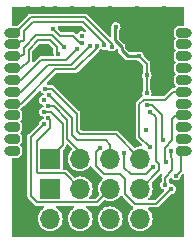
<source format=gbr>
%TF.GenerationSoftware,KiCad,Pcbnew,(5.99.0-10506-gb986797469)*%
%TF.CreationDate,2021-05-05T16:41:54+02:00*%
%TF.ProjectId,ESP31,45535033-312e-46b6-9963-61645f706362,rev?*%
%TF.SameCoordinates,Original*%
%TF.FileFunction,Copper,L4,Bot*%
%TF.FilePolarity,Positive*%
%FSLAX46Y46*%
G04 Gerber Fmt 4.6, Leading zero omitted, Abs format (unit mm)*
G04 Created by KiCad (PCBNEW (5.99.0-10506-gb986797469)) date 2021-05-05 16:41:54*
%MOMM*%
%LPD*%
G01*
G04 APERTURE LIST*
G04 Aperture macros list*
%AMOutline5P*
0 Free polygon, 5 corners , with rotation*
0 The origin of the aperture is its center*
0 number of corners: always 8*
0 $1 to $10 corner X, Y*
0 $11 Rotation angle, in degrees counterclockwise*
0 create outline with 8 corners*
4,1,5,$1,$2,$3,$4,$5,$6,$7,$8,$9,$10,$1,$2,$11*%
%AMOutline6P*
0 Free polygon, 6 corners , with rotation*
0 The origin of the aperture is its center*
0 number of corners: always 6*
0 $1 to $12 corner X, Y*
0 $13 Rotation angle, in degrees counterclockwise*
0 create outline with 6 corners*
4,1,6,$1,$2,$3,$4,$5,$6,$7,$8,$9,$10,$11,$12,$1,$2,$13*%
%AMOutline7P*
0 Free polygon, 7 corners , with rotation*
0 The origin of the aperture is its center*
0 number of corners: always 7*
0 $1 to $14 corner X, Y*
0 $15 Rotation angle, in degrees counterclockwise*
0 create outline with 7 corners*
4,1,7,$1,$2,$3,$4,$5,$6,$7,$8,$9,$10,$11,$12,$13,$14,$1,$2,$15*%
%AMOutline8P*
0 Free polygon, 8 corners , with rotation*
0 The origin of the aperture is its center*
0 number of corners: always 8*
0 $1 to $16 corner X, Y*
0 $17 Rotation angle, in degrees counterclockwise*
0 create outline with 8 corners*
4,1,8,$1,$2,$3,$4,$5,$6,$7,$8,$9,$10,$11,$12,$13,$14,$15,$16,$1,$2,$17*%
G04 Aperture macros list end*
%TA.AperFunction,ComponentPad*%
%ADD10C,0.800000*%
%TD*%
%TA.AperFunction,ComponentPad*%
%ADD11Outline6P,0.200000X-0.400000X-0.400000X-0.400000X-0.400000X0.400000X0.200000X0.400000X0.400000X0.200000X0.400000X-0.200000X180.000000*%
%TD*%
%TA.AperFunction,ComponentPad*%
%ADD12Outline6P,0.200000X-0.400000X-0.400000X-0.400000X-0.400000X0.400000X0.200000X0.400000X0.400000X0.200000X0.400000X-0.200000X0.000000*%
%TD*%
%TA.AperFunction,ComponentPad*%
%ADD13R,0.900000X0.500000*%
%TD*%
%TA.AperFunction,ComponentPad*%
%ADD14R,1.700000X1.700000*%
%TD*%
%TA.AperFunction,ComponentPad*%
%ADD15O,1.700000X1.700000*%
%TD*%
%TA.AperFunction,ViaPad*%
%ADD16C,0.400000*%
%TD*%
%TA.AperFunction,Conductor*%
%ADD17C,0.200000*%
%TD*%
%TA.AperFunction,Conductor*%
%ADD18C,0.250000*%
%TD*%
G04 APERTURE END LIST*
D10*
%TO.P,J8,1,Pin_1*%
%TO.N,/SD0*%
X119000000Y-104500000D03*
D11*
X118500000Y-104500000D03*
%TD*%
D10*
%TO.P,J10,1,Pin_1*%
%TO.N,/IO5*%
X119000000Y-102500000D03*
D11*
X118500000Y-102500000D03*
%TD*%
D10*
%TO.P,J15,1,Pin_1*%
%TO.N,/IO21*%
X119000000Y-97500000D03*
D11*
X118500000Y-97500000D03*
%TD*%
D10*
%TO.P,J12,1,Pin_1*%
%TO.N,/IO10*%
X119000000Y-105500000D03*
D11*
X118500000Y-105500000D03*
%TD*%
D10*
%TO.P,J23,1,Pin_1*%
%TO.N,/IO34*%
X104000000Y-101500000D03*
D12*
X104500000Y-101500000D03*
%TD*%
D10*
%TO.P,J14,1,Pin_1*%
%TO.N,/IO19*%
X119000000Y-99500000D03*
D11*
X118500000Y-99500000D03*
%TD*%
D10*
%TO.P,J11,1,Pin_1*%
%TO.N,/IO9*%
X119000000Y-106500000D03*
D11*
X118500000Y-106500000D03*
%TD*%
D10*
%TO.P,J17,1,Pin_1*%
%TO.N,/IO23*%
X119000000Y-100500000D03*
D11*
X118500000Y-100500000D03*
%TD*%
D10*
%TO.P,J24,1,Pin_1*%
%TO.N,/IO35*%
X104000000Y-99500000D03*
D12*
X104500000Y-99500000D03*
%TD*%
D10*
%TO.P,J18,1,Pin_1*%
%TO.N,/IO25*%
X104000000Y-105500000D03*
D12*
X104500000Y-105500000D03*
%TD*%
D10*
%TO.P,J20,1,Pin_1*%
%TO.N,/IO27*%
X104000000Y-107500000D03*
D12*
X104500000Y-107500000D03*
%TD*%
D10*
%TO.P,J22,1,Pin_1*%
%TO.N,/IO33*%
X104000000Y-104500000D03*
D12*
X104500000Y-104500000D03*
%TD*%
D10*
%TO.P,J19,1,Pin_1*%
%TO.N,/IO26*%
X104000000Y-106500000D03*
D12*
X104500000Y-106500000D03*
%TD*%
D10*
%TO.P,J13,1,Pin_1*%
%TO.N,/IO18*%
X119000000Y-101500000D03*
D11*
X118500000Y-101500000D03*
%TD*%
D13*
%TO.P,AE1,2,Shield*%
%TO.N,GND*%
X118150000Y-95625000D03*
%TD*%
D10*
%TO.P,J5,1,Pin_1*%
%TO.N,/CAPN*%
X104000000Y-103500000D03*
D12*
X104500000Y-103500000D03*
%TD*%
D10*
%TO.P,J6,1,Pin_1*%
%TO.N,/SENS_VN*%
X104000000Y-102500000D03*
D12*
X104500000Y-102500000D03*
%TD*%
D10*
%TO.P,J16,1,Pin_1*%
%TO.N,/IO22*%
X119000000Y-98500000D03*
D11*
X118500000Y-98500000D03*
%TD*%
D14*
%TO.P,J2,1,Pin_1*%
%TO.N,/MTDO*%
X107460000Y-108185000D03*
D15*
%TO.P,J2,2,Pin_2*%
%TO.N,/MTCK*%
X110000000Y-108185000D03*
%TO.P,J2,3,Pin_3*%
%TO.N,/MTDI*%
X112540000Y-108185000D03*
%TO.P,J2,4,Pin_4*%
%TO.N,/MTMS*%
X115080000Y-108185000D03*
%TD*%
D10*
%TO.P,J9,1,Pin_1*%
%TO.N,/SD1*%
X119000000Y-103500000D03*
D11*
X118500000Y-103500000D03*
%TD*%
D10*
%TO.P,J3,1,Pin_1*%
%TO.N,/SENS_VP*%
X104000000Y-97500000D03*
D12*
X104500000Y-97500000D03*
%TD*%
D10*
%TO.P,J21,1,Pin_1*%
%TO.N,/IO32*%
X104000000Y-100500000D03*
D12*
X104500000Y-100500000D03*
%TD*%
D10*
%TO.P,J4,1,Pin_1*%
%TO.N,/CAPP*%
X104000000Y-98500000D03*
D12*
X104500000Y-98500000D03*
%TD*%
D10*
%TO.P,J7,1,Pin_1*%
%TO.N,/IO17*%
X119000000Y-107500000D03*
D11*
X118500000Y-107500000D03*
%TD*%
D14*
%TO.P,J1,1,Pin_1*%
%TO.N,GND*%
X107460000Y-110725000D03*
D15*
%TO.P,J1,2,Pin_2*%
%TO.N,/IO1*%
X107460000Y-113265000D03*
%TO.P,J1,3,Pin_3*%
%TO.N,/IO2*%
X110000000Y-110725000D03*
%TO.P,J1,4,Pin_4*%
%TO.N,/IO4*%
X110000000Y-113265000D03*
%TO.P,J1,5,Pin_5*%
%TO.N,/IO0*%
X112540000Y-110725000D03*
%TO.P,J1,6,Pin_6*%
%TO.N,/EN*%
X112540000Y-113265000D03*
%TO.P,J1,7,Pin_7*%
%TO.N,/IO3*%
X115080000Y-110725000D03*
%TO.P,J1,8,Pin_8*%
%TO.N,+3V3*%
X115080000Y-113265000D03*
%TD*%
D16*
%TO.N,GND*%
X111250000Y-112750000D03*
X111250000Y-109750000D03*
X116500000Y-111000000D03*
X117072200Y-95427800D03*
X114822200Y-95427800D03*
X112496600Y-95427800D03*
X111072200Y-95427800D03*
X109270800Y-95427800D03*
X107822200Y-95427800D03*
X106822200Y-95427800D03*
X104500000Y-96000000D03*
X105572200Y-95427800D03*
X104500000Y-108500000D03*
X104500000Y-111500000D03*
X104500000Y-114500000D03*
X116750000Y-114500000D03*
X118500000Y-114500000D03*
X118500000Y-112750000D03*
%TO.N,/SD0*%
X117700500Y-110741379D03*
%TO.N,/IO5*%
X113744776Y-107649459D03*
%TO.N,/IO10*%
X117675498Y-107500000D03*
X117178605Y-110379611D03*
%TO.N,/CAPP*%
X112018504Y-98585338D03*
%TO.N,/SD0*%
X117273183Y-108471823D03*
%TO.N,/SENS_VP*%
X112668472Y-98685228D03*
%TO.N,/SD0*%
X111691359Y-107249500D03*
%TO.N,/IO17*%
X118100500Y-109600000D03*
%TO.N,/IO35*%
X108637107Y-98751298D03*
%TO.N,/IO5*%
X116200000Y-108900000D03*
%TO.N,/IO34*%
X109721076Y-98846187D03*
%TO.N,/IO32*%
X108153200Y-99314000D03*
%TO.N,/CAPN*%
X111388365Y-98615321D03*
%TO.N,/IO5*%
X115877458Y-107200000D03*
%TO.N,GND*%
X116027200Y-97586800D03*
X112600000Y-100900000D03*
X113868200Y-97231200D03*
X114579400Y-98094800D03*
X116484400Y-96926400D03*
X116586000Y-96164400D03*
X108508800Y-97256600D03*
X111500000Y-103000000D03*
X113600000Y-100900000D03*
X110500000Y-100900000D03*
X109600000Y-101800000D03*
X106500000Y-99000000D03*
X115519200Y-96164400D03*
X114000000Y-96000000D03*
X115214400Y-96799400D03*
X110000000Y-103100000D03*
X113100000Y-104600000D03*
X118500000Y-96500000D03*
X112800000Y-102400000D03*
X114503200Y-96926400D03*
X113474133Y-97657041D03*
X110200000Y-104600000D03*
X115316000Y-97917000D03*
X114300000Y-98729800D03*
%TO.N,/EN*%
X110133953Y-98374420D03*
X107725000Y-97227600D03*
%TO.N,+3V3*%
X110124000Y-97775000D03*
X113010360Y-97022906D03*
X106922571Y-103200000D03*
X115600000Y-105749500D03*
X115639885Y-102618660D03*
X115639885Y-101118660D03*
X115000000Y-99500000D03*
%TO.N,/IO1*%
X117000000Y-106600000D03*
X115653618Y-103660511D03*
%TO.N,/IO2*%
X107300000Y-104749500D03*
%TO.N,/IO0*%
X106922571Y-105215278D03*
%TO.N,/IO3*%
X115902665Y-104205835D03*
%TO.N,/MTDO*%
X106922571Y-104210679D03*
%TO.N,/MTCK*%
X107305606Y-103749500D03*
%TO.N,/MTDI*%
X107359644Y-102749500D03*
%TO.N,/MTMS*%
X107000000Y-102260453D03*
%TO.N,/SENS_VN*%
X110788082Y-98625893D03*
%TD*%
D17*
%TO.N,/CAPN*%
X107887449Y-100612551D02*
X109540701Y-100612551D01*
%TO.N,/SD0*%
X117775489Y-106624511D02*
X117775489Y-104835391D01*
X111300000Y-107640859D02*
X111691359Y-107249500D01*
X111300000Y-108800000D02*
X111300000Y-107640859D01*
%TO.N,/IO34*%
X106686489Y-99813511D02*
X108753752Y-99813511D01*
X104500000Y-101500000D02*
X105000000Y-101500000D01*
%TO.N,/IO5*%
X113744776Y-108944776D02*
X114300000Y-109500000D01*
%TO.N,/CAPN*%
X104500000Y-103500000D02*
X105000000Y-103500000D01*
%TO.N,/SD0*%
X117700500Y-110741379D02*
X116441879Y-112000000D01*
%TO.N,/IO32*%
X107436019Y-98126631D02*
X108000000Y-98690612D01*
%TO.N,/IO5*%
X115600000Y-109500000D02*
X116200000Y-108900000D01*
%TO.N,/IO34*%
X108753752Y-99813511D02*
X109721076Y-98846187D01*
%TO.N,/SD0*%
X117273183Y-108471823D02*
X117175987Y-108374627D01*
X117175987Y-108374627D02*
X117175987Y-107224013D01*
%TO.N,/IO35*%
X107601505Y-97727111D02*
X106272889Y-97727111D01*
%TO.N,/SD0*%
X113400000Y-109500000D02*
X112000000Y-109500000D01*
%TO.N,/IO32*%
X105624031Y-98940975D02*
X106438375Y-98126631D01*
X105000000Y-100500000D02*
X105624031Y-99875969D01*
%TO.N,/SD0*%
X117175987Y-107224013D02*
X117775489Y-106624511D01*
%TO.N,/IO32*%
X108000000Y-99160800D02*
X108153200Y-99314000D01*
%TO.N,/SD0*%
X113800000Y-109900000D02*
X113400000Y-109500000D01*
X117775489Y-104835391D02*
X118110880Y-104500000D01*
X112000000Y-109500000D02*
X111300000Y-108800000D01*
X114653723Y-112000000D02*
X113800000Y-111146277D01*
%TO.N,/IO32*%
X106438375Y-98126631D02*
X107436019Y-98126631D01*
%TO.N,/CAPN*%
X111388365Y-98764887D02*
X111388365Y-98615321D01*
%TO.N,/IO32*%
X105624031Y-99875969D02*
X105624031Y-99375969D01*
%TO.N,/IO5*%
X117875000Y-102500000D02*
X118500000Y-102500000D01*
%TO.N,/IO35*%
X105000000Y-99500000D02*
X104500000Y-99500000D01*
%TO.N,/IO5*%
X114300000Y-109500000D02*
X115600000Y-109500000D01*
%TO.N,/CAPP*%
X105164609Y-98224511D02*
X104950089Y-98224511D01*
%TO.N,/IO32*%
X108000000Y-98690612D02*
X108000000Y-99160800D01*
%TO.N,/IO5*%
X115413852Y-103161000D02*
X117214000Y-103161000D01*
%TO.N,/IO35*%
X105224511Y-98775489D02*
X105224511Y-99275489D01*
%TO.N,/IO10*%
X117675498Y-108064618D02*
X117800000Y-108189120D01*
%TO.N,/IO17*%
X118100500Y-109600000D02*
X118500000Y-109200500D01*
%TO.N,/IO5*%
X113744776Y-107649459D02*
X113744776Y-108944776D01*
%TO.N,/CAPP*%
X104674600Y-98500000D02*
X104500000Y-98500000D01*
X105232200Y-98156920D02*
X105164609Y-98224511D01*
%TO.N,/SENS_VP*%
X110399243Y-96189800D02*
X105810200Y-96189800D01*
%TO.N,/CAPP*%
X112018504Y-98585338D02*
X112018504Y-98506183D01*
%TO.N,/IO35*%
X106272889Y-97727111D02*
X105224511Y-98775489D01*
%TO.N,/CAPP*%
X112018504Y-98506183D02*
X112014000Y-98501679D01*
%TO.N,/IO32*%
X104500000Y-100500000D02*
X105000000Y-100500000D01*
%TO.N,/SD0*%
X116441879Y-112000000D02*
X114653723Y-112000000D01*
%TO.N,/CAPP*%
X110223401Y-96614320D02*
X105986042Y-96614320D01*
%TO.N,/SENS_VP*%
X105810200Y-96189800D02*
X104500000Y-97500000D01*
%TO.N,/IO10*%
X117675498Y-107500000D02*
X117675498Y-108064618D01*
%TO.N,/IO5*%
X115000000Y-103574852D02*
X115413852Y-103161000D01*
X117214000Y-103161000D02*
X117875000Y-102500000D01*
%TO.N,/SD0*%
X118110880Y-104500000D02*
X118500000Y-104500000D01*
%TO.N,/IO5*%
X115877458Y-107200000D02*
X115000000Y-106322542D01*
%TO.N,/IO32*%
X105624031Y-99875969D02*
X105624031Y-98940975D01*
%TO.N,/IO10*%
X117800000Y-109161223D02*
X117178605Y-109782618D01*
%TO.N,/CAPP*%
X112014000Y-98501679D02*
X112014000Y-98404919D01*
%TO.N,/IO35*%
X108625692Y-98751298D02*
X107601505Y-97727111D01*
%TO.N,/CAPP*%
X105986042Y-96614320D02*
X105232200Y-97368162D01*
X112014000Y-98404919D02*
X110223401Y-96614320D01*
%TO.N,/SENS_VP*%
X112668472Y-98685228D02*
X112668472Y-98459029D01*
%TO.N,/IO10*%
X117800000Y-108189120D02*
X117800000Y-109161223D01*
%TO.N,/SENS_VP*%
X112668472Y-98459029D02*
X110399243Y-96189800D01*
%TO.N,/IO10*%
X117178605Y-109782618D02*
X117178605Y-110379611D01*
%TO.N,/CAPN*%
X109540701Y-100612551D02*
X111388365Y-98764887D01*
X105000000Y-103500000D02*
X107887449Y-100612551D01*
%TO.N,/SD0*%
X113800000Y-111146277D02*
X113800000Y-109900000D01*
%TO.N,/IO35*%
X105224511Y-99275489D02*
X105000000Y-99500000D01*
X108637107Y-98751298D02*
X108625692Y-98751298D01*
%TO.N,/CAPP*%
X105232200Y-97368162D02*
X105232200Y-98156920D01*
X104950089Y-98224511D02*
X104674600Y-98500000D01*
%TO.N,/IO5*%
X115000000Y-106322542D02*
X115000000Y-103574852D01*
%TO.N,/IO17*%
X118500000Y-109200500D02*
X118500000Y-107500000D01*
%TO.N,/IO34*%
X105000000Y-101500000D02*
X106686489Y-99813511D01*
%TO.N,/EN*%
X110133953Y-98374420D02*
X109984143Y-98374420D01*
X108253511Y-97756111D02*
X107725000Y-97227600D01*
X109365834Y-97756111D02*
X108253511Y-97756111D01*
X109984143Y-98374420D02*
X109365834Y-97756111D01*
D18*
%TO.N,+3V3*%
X112949622Y-97083644D02*
X112949622Y-98139817D01*
D17*
X115639885Y-102618660D02*
X115639885Y-101118660D01*
X115639885Y-100139885D02*
X115000000Y-99500000D01*
D18*
X113500000Y-99000000D02*
X114000000Y-99500000D01*
X113500000Y-98690195D02*
X113500000Y-99000000D01*
D17*
X115639885Y-101118660D02*
X115639885Y-100139885D01*
D18*
X112949622Y-98139817D02*
X113500000Y-98690195D01*
X114000000Y-99500000D02*
X115000000Y-99500000D01*
X113010360Y-97022906D02*
X112949622Y-97083644D01*
D17*
%TO.N,/IO1*%
X116900000Y-104463893D02*
X116096618Y-103660511D01*
X116096618Y-103660511D02*
X115653618Y-103660511D01*
X117000000Y-106600000D02*
X116900000Y-106500000D01*
X116900000Y-106500000D02*
X116900000Y-104463893D01*
%TO.N,/IO2*%
X106310489Y-106689511D02*
X106310489Y-109274609D01*
X107300000Y-104749500D02*
X107422082Y-104871582D01*
X107422082Y-104871582D02*
X107422082Y-105577918D01*
X108675000Y-109400000D02*
X110000000Y-110725000D01*
X106435880Y-109400000D02*
X108675000Y-109400000D01*
X107422082Y-105577918D02*
X106310489Y-106689511D01*
X106310489Y-109274609D02*
X106435880Y-109400000D01*
%TO.N,/IO0*%
X105800000Y-111304120D02*
X106370391Y-111874511D01*
X106370391Y-111874511D02*
X111390489Y-111874511D01*
X105800000Y-106337849D02*
X105800000Y-111304120D01*
X111390489Y-111874511D02*
X112540000Y-110725000D01*
X106922571Y-105215278D02*
X105800000Y-106337849D01*
%TO.N,/IO3*%
X116376969Y-108337692D02*
X116376969Y-104680139D01*
X116699511Y-108660234D02*
X116376969Y-108337692D01*
X115114277Y-110725000D02*
X116699511Y-109139766D01*
X116376969Y-104680139D02*
X115902665Y-104205835D01*
X115080000Y-110725000D02*
X115114277Y-110725000D01*
X116699511Y-109139766D02*
X116699511Y-108660234D01*
%TO.N,/MTDO*%
X107539766Y-104249989D02*
X108500000Y-105210223D01*
X108500000Y-105210223D02*
X108500000Y-107022212D01*
X108500000Y-107022212D02*
X107460000Y-108062212D01*
X107460000Y-108062212D02*
X107460000Y-108185000D01*
X107060234Y-104249989D02*
X107539766Y-104249989D01*
X106922571Y-104210679D02*
X106961881Y-104249989D01*
%TO.N,/MTCK*%
X110000000Y-107571870D02*
X110000000Y-108185000D01*
X107794638Y-103749500D02*
X108900480Y-104855342D01*
X107305606Y-103749500D02*
X107794638Y-103749500D01*
X108900480Y-106472350D02*
X110000000Y-107571870D01*
X108900480Y-104855342D02*
X108900480Y-106472350D01*
%TO.N,/MTDI*%
X112157081Y-106600000D02*
X112540000Y-106982919D01*
X109300000Y-106200000D02*
X109700000Y-106600000D01*
X109300000Y-104689856D02*
X109300000Y-106200000D01*
X109700000Y-106600000D02*
X112157081Y-106600000D01*
X112540000Y-106982919D02*
X112540000Y-108185000D01*
X107359644Y-102749500D02*
X109300000Y-104689856D01*
%TO.N,/MTMS*%
X112995000Y-106100000D02*
X110000000Y-106100000D01*
X110000000Y-106100000D02*
X109699520Y-105799520D01*
X109699520Y-104350099D02*
X107599410Y-102249989D01*
X109699520Y-105799520D02*
X109699520Y-104350099D01*
X107599410Y-102249989D02*
X107010464Y-102249989D01*
X107010464Y-102249989D02*
X107000000Y-102260453D01*
X115080000Y-108185000D02*
X112995000Y-106100000D01*
%TO.N,/SENS_VN*%
X109200944Y-100213031D02*
X110788082Y-98625893D01*
X105000000Y-102500000D02*
X107286969Y-100213031D01*
X107286969Y-100213031D02*
X109200944Y-100213031D01*
X104500000Y-102500000D02*
X105000000Y-102500000D01*
%TD*%
%TA.AperFunction,Conductor*%
%TO.N,GND*%
G36*
X106607583Y-102414131D02*
G01*
X106650848Y-102457397D01*
X106671944Y-102498800D01*
X106761653Y-102588509D01*
X106768590Y-102592044D01*
X106768592Y-102592045D01*
X106836743Y-102626769D01*
X106880008Y-102670034D01*
X106889579Y-102730466D01*
X106861802Y-102784982D01*
X106812215Y-102810248D01*
X106812369Y-102810721D01*
X106809382Y-102811691D01*
X106807285Y-102812760D01*
X106804960Y-102813128D01*
X106804959Y-102813128D01*
X106797265Y-102814347D01*
X106790325Y-102817883D01*
X106691163Y-102868408D01*
X106691161Y-102868409D01*
X106684224Y-102871944D01*
X106594515Y-102961653D01*
X106536918Y-103074694D01*
X106517071Y-103200000D01*
X106536918Y-103325306D01*
X106540454Y-103332246D01*
X106586331Y-103422284D01*
X106594515Y-103438347D01*
X106684224Y-103528056D01*
X106691161Y-103531591D01*
X106691163Y-103531592D01*
X106764554Y-103568986D01*
X106797265Y-103585653D01*
X106821407Y-103589477D01*
X106825126Y-103590066D01*
X106879642Y-103617845D01*
X106907418Y-103672362D01*
X106907418Y-103703335D01*
X106901734Y-103739220D01*
X106873956Y-103793736D01*
X106819443Y-103821513D01*
X106804960Y-103823807D01*
X106804959Y-103823807D01*
X106797265Y-103825026D01*
X106790324Y-103828563D01*
X106790323Y-103828563D01*
X106691163Y-103879087D01*
X106691161Y-103879088D01*
X106684224Y-103882623D01*
X106594515Y-103972332D01*
X106590980Y-103979269D01*
X106590979Y-103979271D01*
X106563373Y-104033451D01*
X106536918Y-104085373D01*
X106535699Y-104093067D01*
X106535699Y-104093068D01*
X106523487Y-104170170D01*
X106517071Y-104210679D01*
X106518290Y-104218375D01*
X106533768Y-104316095D01*
X106536918Y-104335985D01*
X106540454Y-104342925D01*
X106590736Y-104441609D01*
X106594515Y-104449026D01*
X106684224Y-104538735D01*
X106691161Y-104542270D01*
X106691163Y-104542271D01*
X106790325Y-104592796D01*
X106797265Y-104596332D01*
X106804957Y-104597550D01*
X106804959Y-104597551D01*
X106815378Y-104599201D01*
X106818006Y-104599617D01*
X106872522Y-104627395D01*
X106900299Y-104681911D01*
X106900299Y-104712884D01*
X106895237Y-104744847D01*
X106867461Y-104799364D01*
X106812942Y-104827142D01*
X106804960Y-104828406D01*
X106804959Y-104828406D01*
X106797265Y-104829625D01*
X106790325Y-104833161D01*
X106691163Y-104883686D01*
X106691161Y-104883687D01*
X106684224Y-104887222D01*
X106594515Y-104976931D01*
X106590980Y-104983868D01*
X106590979Y-104983870D01*
X106563097Y-105038592D01*
X106536918Y-105089972D01*
X106535699Y-105097668D01*
X106525767Y-105160371D01*
X106497990Y-105214887D01*
X105624356Y-106088521D01*
X105621982Y-106090570D01*
X105617853Y-106092588D01*
X105611636Y-106099290D01*
X105587900Y-106124878D01*
X105585323Y-106127554D01*
X105568531Y-106144346D01*
X105565952Y-106148105D01*
X105564223Y-106150186D01*
X105560660Y-106154243D01*
X105547990Y-106167901D01*
X105547988Y-106167904D01*
X105541773Y-106174604D01*
X105537512Y-106185285D01*
X105527197Y-106204602D01*
X105520696Y-106214078D01*
X105514549Y-106239980D01*
X105510183Y-106253783D01*
X105500318Y-106278510D01*
X105499500Y-106286853D01*
X105499500Y-106291803D01*
X105497029Y-106312922D01*
X105496975Y-106314032D01*
X105494864Y-106322926D01*
X105496097Y-106331983D01*
X105498596Y-106350349D01*
X105499500Y-106363699D01*
X105499500Y-111252012D01*
X105499270Y-111255144D01*
X105497777Y-111259492D01*
X105498120Y-111268628D01*
X105499430Y-111303521D01*
X105499500Y-111307235D01*
X105499500Y-111330966D01*
X105500335Y-111335450D01*
X105500582Y-111338124D01*
X105500931Y-111343509D01*
X105501631Y-111362149D01*
X105501974Y-111371282D01*
X105505580Y-111379677D01*
X105505581Y-111379679D01*
X105506514Y-111381850D01*
X105512877Y-111402794D01*
X105514983Y-111414099D01*
X105519780Y-111421881D01*
X105519781Y-111421884D01*
X105528948Y-111436756D01*
X105535630Y-111449619D01*
X105546134Y-111474068D01*
X105551455Y-111480546D01*
X105554957Y-111484048D01*
X105568140Y-111500725D01*
X105568887Y-111501549D01*
X105573684Y-111509331D01*
X105580959Y-111514863D01*
X105580960Y-111514864D01*
X105595705Y-111526076D01*
X105605785Y-111534876D01*
X106121059Y-112050150D01*
X106123111Y-112052528D01*
X106125130Y-112056658D01*
X106131830Y-112062873D01*
X106157433Y-112086623D01*
X106160109Y-112089200D01*
X106176889Y-112105980D01*
X106180646Y-112108558D01*
X106182731Y-112110290D01*
X106186785Y-112113851D01*
X106200443Y-112126521D01*
X106200446Y-112126523D01*
X106207146Y-112132738D01*
X106215637Y-112136126D01*
X106215638Y-112136126D01*
X106217830Y-112137001D01*
X106237141Y-112147313D01*
X106239080Y-112148643D01*
X106246621Y-112153816D01*
X106255515Y-112155927D01*
X106255516Y-112155927D01*
X106272511Y-112159960D01*
X106286340Y-112164334D01*
X106304562Y-112171604D01*
X106304564Y-112171604D01*
X106311052Y-112174193D01*
X106319395Y-112175011D01*
X106324345Y-112175011D01*
X106345464Y-112177482D01*
X106346574Y-112177536D01*
X106355468Y-112179647D01*
X106376872Y-112176734D01*
X106382891Y-112175915D01*
X106396241Y-112175011D01*
X106874533Y-112175011D01*
X106932724Y-112193918D01*
X106968688Y-112243418D01*
X106968688Y-112304604D01*
X106932724Y-112354104D01*
X106920399Y-112361745D01*
X106886344Y-112379548D01*
X106886340Y-112379551D01*
X106882047Y-112381795D01*
X106878271Y-112384831D01*
X106878268Y-112384833D01*
X106871903Y-112389951D01*
X106721505Y-112510874D01*
X106709643Y-112525011D01*
X106592202Y-112664971D01*
X106592199Y-112664975D01*
X106589093Y-112668677D01*
X106489853Y-112849194D01*
X106427565Y-113045549D01*
X106404603Y-113250263D01*
X106421840Y-113455538D01*
X106478621Y-113653555D01*
X106572782Y-113836773D01*
X106700737Y-113998212D01*
X106857612Y-114131723D01*
X106861835Y-114134083D01*
X106861839Y-114134086D01*
X106978453Y-114199259D01*
X107037432Y-114232221D01*
X107042030Y-114233715D01*
X107228742Y-114294382D01*
X107228745Y-114294383D01*
X107233347Y-114295878D01*
X107437895Y-114320269D01*
X107442717Y-114319898D01*
X107442720Y-114319898D01*
X107638458Y-114304837D01*
X107638463Y-114304836D01*
X107643286Y-114304465D01*
X107841695Y-114249068D01*
X107872089Y-114233715D01*
X108021244Y-114158371D01*
X108021246Y-114158370D01*
X108025565Y-114156188D01*
X108187893Y-114029363D01*
X108191055Y-114025700D01*
X108191060Y-114025695D01*
X108319332Y-113877089D01*
X108322496Y-113873424D01*
X108345766Y-113832463D01*
X108421858Y-113698517D01*
X108421859Y-113698514D01*
X108424247Y-113694311D01*
X108439355Y-113648897D01*
X108487743Y-113503435D01*
X108487743Y-113503433D01*
X108489270Y-113498844D01*
X108494154Y-113460187D01*
X108514740Y-113297225D01*
X108515088Y-113294471D01*
X108515500Y-113265000D01*
X108495398Y-113059986D01*
X108492493Y-113050362D01*
X108437256Y-112867412D01*
X108435858Y-112862780D01*
X108339148Y-112680895D01*
X108208952Y-112521259D01*
X108050228Y-112389951D01*
X107996862Y-112361096D01*
X107954668Y-112316787D01*
X107946575Y-112256139D01*
X107975677Y-112202318D01*
X108030856Y-112175881D01*
X108043949Y-112175011D01*
X109414533Y-112175011D01*
X109472724Y-112193918D01*
X109508688Y-112243418D01*
X109508688Y-112304604D01*
X109472724Y-112354104D01*
X109460399Y-112361745D01*
X109426344Y-112379548D01*
X109426340Y-112379551D01*
X109422047Y-112381795D01*
X109418271Y-112384831D01*
X109418268Y-112384833D01*
X109411903Y-112389951D01*
X109261505Y-112510874D01*
X109249643Y-112525011D01*
X109132202Y-112664971D01*
X109132199Y-112664975D01*
X109129093Y-112668677D01*
X109029853Y-112849194D01*
X108967565Y-113045549D01*
X108944603Y-113250263D01*
X108961840Y-113455538D01*
X109018621Y-113653555D01*
X109112782Y-113836773D01*
X109240737Y-113998212D01*
X109397612Y-114131723D01*
X109401835Y-114134083D01*
X109401839Y-114134086D01*
X109518453Y-114199259D01*
X109577432Y-114232221D01*
X109582030Y-114233715D01*
X109768742Y-114294382D01*
X109768745Y-114294383D01*
X109773347Y-114295878D01*
X109977895Y-114320269D01*
X109982717Y-114319898D01*
X109982720Y-114319898D01*
X110178458Y-114304837D01*
X110178463Y-114304836D01*
X110183286Y-114304465D01*
X110381695Y-114249068D01*
X110412089Y-114233715D01*
X110561244Y-114158371D01*
X110561246Y-114158370D01*
X110565565Y-114156188D01*
X110727893Y-114029363D01*
X110731055Y-114025700D01*
X110731060Y-114025695D01*
X110859332Y-113877089D01*
X110862496Y-113873424D01*
X110885766Y-113832463D01*
X110961858Y-113698517D01*
X110961859Y-113698514D01*
X110964247Y-113694311D01*
X110979355Y-113648897D01*
X111027743Y-113503435D01*
X111027743Y-113503433D01*
X111029270Y-113498844D01*
X111034154Y-113460187D01*
X111054740Y-113297225D01*
X111055088Y-113294471D01*
X111055500Y-113265000D01*
X111054055Y-113250263D01*
X111484603Y-113250263D01*
X111501840Y-113455538D01*
X111558621Y-113653555D01*
X111652782Y-113836773D01*
X111780737Y-113998212D01*
X111937612Y-114131723D01*
X111941835Y-114134083D01*
X111941839Y-114134086D01*
X112058453Y-114199259D01*
X112117432Y-114232221D01*
X112122030Y-114233715D01*
X112308742Y-114294382D01*
X112308745Y-114294383D01*
X112313347Y-114295878D01*
X112517895Y-114320269D01*
X112522717Y-114319898D01*
X112522720Y-114319898D01*
X112718458Y-114304837D01*
X112718463Y-114304836D01*
X112723286Y-114304465D01*
X112921695Y-114249068D01*
X112952089Y-114233715D01*
X113101244Y-114158371D01*
X113101246Y-114158370D01*
X113105565Y-114156188D01*
X113267893Y-114029363D01*
X113271055Y-114025700D01*
X113271060Y-114025695D01*
X113399332Y-113877089D01*
X113402496Y-113873424D01*
X113425766Y-113832463D01*
X113501858Y-113698517D01*
X113501859Y-113698514D01*
X113504247Y-113694311D01*
X113519355Y-113648897D01*
X113567743Y-113503435D01*
X113567743Y-113503433D01*
X113569270Y-113498844D01*
X113574154Y-113460187D01*
X113594740Y-113297225D01*
X113595088Y-113294471D01*
X113595500Y-113265000D01*
X113575398Y-113059986D01*
X113572493Y-113050362D01*
X113517256Y-112867412D01*
X113515858Y-112862780D01*
X113419148Y-112680895D01*
X113288952Y-112521259D01*
X113130228Y-112389951D01*
X112972944Y-112304907D01*
X112953277Y-112294273D01*
X112953276Y-112294272D01*
X112949023Y-112291973D01*
X112881438Y-112271052D01*
X112756859Y-112232488D01*
X112756855Y-112232487D01*
X112752238Y-112231058D01*
X112747431Y-112230553D01*
X112747427Y-112230552D01*
X112552185Y-112210032D01*
X112552183Y-112210032D01*
X112547369Y-112209526D01*
X112490637Y-112214689D01*
X112347039Y-112227757D01*
X112347036Y-112227758D01*
X112342219Y-112228196D01*
X112337577Y-112229562D01*
X112337573Y-112229563D01*
X112149250Y-112284989D01*
X112149247Y-112284990D01*
X112144603Y-112286357D01*
X112129461Y-112294273D01*
X111966344Y-112379548D01*
X111966340Y-112379551D01*
X111962047Y-112381795D01*
X111958271Y-112384831D01*
X111958268Y-112384833D01*
X111951903Y-112389951D01*
X111801505Y-112510874D01*
X111789643Y-112525011D01*
X111672202Y-112664971D01*
X111672199Y-112664975D01*
X111669093Y-112668677D01*
X111569853Y-112849194D01*
X111507565Y-113045549D01*
X111484603Y-113250263D01*
X111054055Y-113250263D01*
X111035398Y-113059986D01*
X111032493Y-113050362D01*
X110977256Y-112867412D01*
X110975858Y-112862780D01*
X110879148Y-112680895D01*
X110748952Y-112521259D01*
X110590228Y-112389951D01*
X110536862Y-112361096D01*
X110494668Y-112316787D01*
X110486575Y-112256139D01*
X110515677Y-112202318D01*
X110570856Y-112175881D01*
X110583949Y-112175011D01*
X111338381Y-112175011D01*
X111341513Y-112175241D01*
X111345861Y-112176734D01*
X111354997Y-112176391D01*
X111389890Y-112175081D01*
X111393604Y-112175011D01*
X111417335Y-112175011D01*
X111421819Y-112174176D01*
X111424493Y-112173929D01*
X111429878Y-112173580D01*
X111448518Y-112172880D01*
X111448519Y-112172880D01*
X111457651Y-112172537D01*
X111466046Y-112168931D01*
X111466048Y-112168930D01*
X111468219Y-112167997D01*
X111489163Y-112161634D01*
X111490657Y-112161355D01*
X111491481Y-112161202D01*
X111491482Y-112161202D01*
X111500468Y-112159528D01*
X111508250Y-112154731D01*
X111508253Y-112154730D01*
X111523125Y-112145563D01*
X111535988Y-112138881D01*
X111560437Y-112128377D01*
X111566915Y-112123056D01*
X111570418Y-112119553D01*
X111587093Y-112106372D01*
X111587918Y-112105624D01*
X111595700Y-112100827D01*
X111612446Y-112078805D01*
X111621245Y-112068726D01*
X111987714Y-111702257D01*
X112042231Y-111674480D01*
X112106012Y-111685840D01*
X112113201Y-111689857D01*
X112113206Y-111689859D01*
X112117432Y-111692221D01*
X112223543Y-111726699D01*
X112308742Y-111754382D01*
X112308745Y-111754383D01*
X112313347Y-111755878D01*
X112517895Y-111780269D01*
X112522717Y-111779898D01*
X112522720Y-111779898D01*
X112718458Y-111764837D01*
X112718463Y-111764836D01*
X112723286Y-111764465D01*
X112921695Y-111709068D01*
X112926013Y-111706887D01*
X113101244Y-111618371D01*
X113101246Y-111618370D01*
X113105565Y-111616188D01*
X113267893Y-111489363D01*
X113271055Y-111485700D01*
X113271060Y-111485695D01*
X113399332Y-111337090D01*
X113399334Y-111337087D01*
X113402496Y-111333424D01*
X113402841Y-111333722D01*
X113449435Y-111298865D01*
X113510614Y-111298010D01*
X113550612Y-111323546D01*
X113551455Y-111322703D01*
X113554958Y-111326206D01*
X113568139Y-111342881D01*
X113568887Y-111343706D01*
X113573684Y-111351488D01*
X113580959Y-111357020D01*
X113580960Y-111357021D01*
X113595705Y-111368233D01*
X113605785Y-111377033D01*
X114404391Y-112175639D01*
X114406443Y-112178017D01*
X114408462Y-112182147D01*
X114415162Y-112188362D01*
X114440765Y-112212112D01*
X114443441Y-112214689D01*
X114460221Y-112231469D01*
X114463978Y-112234047D01*
X114466063Y-112235779D01*
X114470100Y-112239324D01*
X114483197Y-112251473D01*
X114513000Y-112304907D01*
X114505704Y-112365655D01*
X114477903Y-112401207D01*
X114341505Y-112510874D01*
X114329643Y-112525011D01*
X114212202Y-112664971D01*
X114212199Y-112664975D01*
X114209093Y-112668677D01*
X114109853Y-112849194D01*
X114047565Y-113045549D01*
X114024603Y-113250263D01*
X114041840Y-113455538D01*
X114098621Y-113653555D01*
X114192782Y-113836773D01*
X114320737Y-113998212D01*
X114477612Y-114131723D01*
X114481835Y-114134083D01*
X114481839Y-114134086D01*
X114598453Y-114199259D01*
X114657432Y-114232221D01*
X114662030Y-114233715D01*
X114848742Y-114294382D01*
X114848745Y-114294383D01*
X114853347Y-114295878D01*
X115057895Y-114320269D01*
X115062717Y-114319898D01*
X115062720Y-114319898D01*
X115258458Y-114304837D01*
X115258463Y-114304836D01*
X115263286Y-114304465D01*
X115461695Y-114249068D01*
X115492089Y-114233715D01*
X115641244Y-114158371D01*
X115641246Y-114158370D01*
X115645565Y-114156188D01*
X115807893Y-114029363D01*
X115811055Y-114025700D01*
X115811060Y-114025695D01*
X115939332Y-113877089D01*
X115942496Y-113873424D01*
X115965766Y-113832463D01*
X116041858Y-113698517D01*
X116041859Y-113698514D01*
X116044247Y-113694311D01*
X116059355Y-113648897D01*
X116107743Y-113503435D01*
X116107743Y-113503433D01*
X116109270Y-113498844D01*
X116114154Y-113460187D01*
X116134740Y-113297225D01*
X116135088Y-113294471D01*
X116135500Y-113265000D01*
X116115398Y-113059986D01*
X116112493Y-113050362D01*
X116057256Y-112867412D01*
X116055858Y-112862780D01*
X115959148Y-112680895D01*
X115828952Y-112521259D01*
X115773979Y-112475781D01*
X115741194Y-112424120D01*
X115745036Y-112363055D01*
X115784037Y-112315911D01*
X115837084Y-112300500D01*
X116389771Y-112300500D01*
X116392903Y-112300730D01*
X116397251Y-112302223D01*
X116406387Y-112301880D01*
X116441280Y-112300570D01*
X116444994Y-112300500D01*
X116468725Y-112300500D01*
X116473209Y-112299665D01*
X116475883Y-112299418D01*
X116481268Y-112299069D01*
X116499908Y-112298369D01*
X116499909Y-112298369D01*
X116509041Y-112298026D01*
X116517436Y-112294420D01*
X116517438Y-112294419D01*
X116519609Y-112293486D01*
X116540553Y-112287123D01*
X116542047Y-112286844D01*
X116542871Y-112286691D01*
X116542872Y-112286691D01*
X116551858Y-112285017D01*
X116559640Y-112280220D01*
X116559643Y-112280219D01*
X116574515Y-112271052D01*
X116587378Y-112264370D01*
X116611827Y-112253866D01*
X116618305Y-112248545D01*
X116621808Y-112245042D01*
X116638483Y-112231861D01*
X116639308Y-112231113D01*
X116647090Y-112226316D01*
X116663836Y-112204294D01*
X116672635Y-112194215D01*
X117700891Y-111165959D01*
X117755408Y-111138182D01*
X117818111Y-111128251D01*
X117818112Y-111128251D01*
X117825806Y-111127032D01*
X117832746Y-111123496D01*
X117931908Y-111072971D01*
X117931910Y-111072970D01*
X117938847Y-111069435D01*
X118028556Y-110979726D01*
X118055333Y-110927174D01*
X118082617Y-110873625D01*
X118086153Y-110866685D01*
X118106000Y-110741379D01*
X118086153Y-110616073D01*
X118082617Y-110609133D01*
X118032092Y-110509971D01*
X118032091Y-110509969D01*
X118028556Y-110503032D01*
X117938847Y-110413323D01*
X117931910Y-110409788D01*
X117931908Y-110409787D01*
X117832746Y-110359262D01*
X117825806Y-110355726D01*
X117818112Y-110354507D01*
X117818111Y-110354507D01*
X117708196Y-110337098D01*
X117700500Y-110335879D01*
X117692804Y-110337098D01*
X117692801Y-110337098D01*
X117677976Y-110339446D01*
X117617544Y-110329874D01*
X117574280Y-110286610D01*
X117568614Y-110269172D01*
X117567884Y-110269409D01*
X117565477Y-110261999D01*
X117564258Y-110254305D01*
X117549692Y-110225717D01*
X117510197Y-110148203D01*
X117510196Y-110148201D01*
X117506661Y-110141264D01*
X117501155Y-110135758D01*
X117498012Y-110131432D01*
X117479105Y-110073242D01*
X117479105Y-109948097D01*
X117498012Y-109889906D01*
X117508101Y-109878093D01*
X117600282Y-109785912D01*
X117654799Y-109758135D01*
X117715231Y-109767706D01*
X117758496Y-109810972D01*
X117772444Y-109838347D01*
X117862153Y-109928056D01*
X117869090Y-109931591D01*
X117869092Y-109931592D01*
X117966570Y-109981259D01*
X117975194Y-109985653D01*
X117982888Y-109986872D01*
X117982889Y-109986872D01*
X118092804Y-110004281D01*
X118100500Y-110005500D01*
X118108196Y-110004281D01*
X118218111Y-109986872D01*
X118218112Y-109986872D01*
X118225806Y-109985653D01*
X118234430Y-109981259D01*
X118331908Y-109931592D01*
X118331910Y-109931591D01*
X118338847Y-109928056D01*
X118428556Y-109838347D01*
X118441576Y-109812795D01*
X118482616Y-109732248D01*
X118482616Y-109732247D01*
X118486153Y-109725306D01*
X118491658Y-109690552D01*
X118497304Y-109654906D01*
X118525081Y-109600390D01*
X118630996Y-109494475D01*
X118685513Y-109466698D01*
X118745945Y-109476269D01*
X118789210Y-109519534D01*
X118800000Y-109564479D01*
X118800000Y-114701000D01*
X118781093Y-114759191D01*
X118731593Y-114795155D01*
X118701000Y-114800000D01*
X104299000Y-114800000D01*
X104240809Y-114781093D01*
X104204845Y-114731593D01*
X104200000Y-114701000D01*
X104200000Y-108199500D01*
X104218907Y-108141309D01*
X104268407Y-108105345D01*
X104299000Y-108100500D01*
X104783050Y-108100500D01*
X105100500Y-107783050D01*
X105100500Y-107216950D01*
X104953554Y-107070004D01*
X104925777Y-107015487D01*
X104935348Y-106955055D01*
X104953554Y-106929996D01*
X105100500Y-106783050D01*
X105100500Y-106216950D01*
X104953554Y-106070004D01*
X104925777Y-106015487D01*
X104935348Y-105955055D01*
X104953554Y-105929996D01*
X105100500Y-105783050D01*
X105100500Y-105216950D01*
X104953554Y-105070004D01*
X104925777Y-105015487D01*
X104935348Y-104955055D01*
X104953554Y-104929996D01*
X105100500Y-104783050D01*
X105100500Y-104216950D01*
X104953554Y-104070004D01*
X104925777Y-104015487D01*
X104935348Y-103955055D01*
X104953554Y-103929996D01*
X105079447Y-103804103D01*
X105108301Y-103785330D01*
X105109979Y-103785017D01*
X105117761Y-103780220D01*
X105117764Y-103780219D01*
X105132636Y-103771052D01*
X105145499Y-103764370D01*
X105169948Y-103753866D01*
X105176426Y-103748545D01*
X105179929Y-103745042D01*
X105196604Y-103731861D01*
X105197429Y-103731113D01*
X105205211Y-103726316D01*
X105221957Y-103704294D01*
X105230756Y-103694215D01*
X106492634Y-102432337D01*
X106547151Y-102404560D01*
X106607583Y-102414131D01*
G37*
%TD.AperFunction*%
%TA.AperFunction,Conductor*%
G36*
X116885157Y-109475834D02*
G01*
X116928422Y-109519099D01*
X116937993Y-109579531D01*
X116924757Y-109614652D01*
X116920378Y-109619373D01*
X116916117Y-109630054D01*
X116905802Y-109649371D01*
X116899301Y-109658847D01*
X116893154Y-109684749D01*
X116888788Y-109698552D01*
X116878923Y-109723279D01*
X116878105Y-109731622D01*
X116878105Y-109736572D01*
X116875634Y-109757691D01*
X116875580Y-109758801D01*
X116873469Y-109767695D01*
X116876381Y-109789093D01*
X116877201Y-109795118D01*
X116878105Y-109808468D01*
X116878105Y-110073242D01*
X116859198Y-110131432D01*
X116856055Y-110135758D01*
X116850549Y-110141264D01*
X116847014Y-110148201D01*
X116847013Y-110148203D01*
X116807518Y-110225717D01*
X116792952Y-110254305D01*
X116791733Y-110261999D01*
X116791733Y-110262000D01*
X116782106Y-110322780D01*
X116773105Y-110379611D01*
X116792952Y-110504917D01*
X116850549Y-110617958D01*
X116940258Y-110707667D01*
X116947195Y-110711202D01*
X116947197Y-110711203D01*
X116999136Y-110737667D01*
X117053299Y-110765264D01*
X117053450Y-110765288D01*
X117099822Y-110798980D01*
X117118729Y-110857170D01*
X117099822Y-110915361D01*
X117089733Y-110927174D01*
X116346403Y-111670504D01*
X116291886Y-111698281D01*
X116276399Y-111699500D01*
X115826447Y-111699500D01*
X115768256Y-111680593D01*
X115732292Y-111631093D01*
X115732292Y-111569907D01*
X115765497Y-111522487D01*
X115804071Y-111492350D01*
X115804076Y-111492345D01*
X115807893Y-111489363D01*
X115811055Y-111485700D01*
X115811060Y-111485695D01*
X115904854Y-111377033D01*
X115942496Y-111333424D01*
X115946597Y-111326206D01*
X116041858Y-111158517D01*
X116041859Y-111158514D01*
X116044247Y-111154311D01*
X116047939Y-111143214D01*
X116107743Y-110963435D01*
X116107743Y-110963433D01*
X116109270Y-110958844D01*
X116114154Y-110920187D01*
X116132482Y-110775100D01*
X116135088Y-110754471D01*
X116135164Y-110749075D01*
X116135461Y-110727776D01*
X116135500Y-110725000D01*
X116134055Y-110710263D01*
X116115870Y-110524796D01*
X116115869Y-110524792D01*
X116115398Y-110519986D01*
X116112493Y-110510362D01*
X116084857Y-110418829D01*
X116055858Y-110322780D01*
X116053587Y-110318508D01*
X116053586Y-110318506D01*
X116050543Y-110312784D01*
X116039916Y-110252528D01*
X116067949Y-110196299D01*
X116770208Y-109494040D01*
X116824725Y-109466263D01*
X116885157Y-109475834D01*
G37*
%TD.AperFunction*%
%TA.AperFunction,Conductor*%
G36*
X108937631Y-106946775D02*
G01*
X108972476Y-106969318D01*
X109279119Y-107275962D01*
X109306896Y-107330478D01*
X109297325Y-107390910D01*
X109271149Y-107423119D01*
X109265277Y-107427840D01*
X109265270Y-107427847D01*
X109261505Y-107430874D01*
X109232880Y-107464988D01*
X109132202Y-107584971D01*
X109132199Y-107584975D01*
X109129093Y-107588677D01*
X109029853Y-107769194D01*
X109028389Y-107773808D01*
X109028388Y-107773811D01*
X109021941Y-107794136D01*
X108967565Y-107965549D01*
X108967025Y-107970361D01*
X108967025Y-107970362D01*
X108947851Y-108141309D01*
X108944603Y-108170263D01*
X108961840Y-108375538D01*
X108963173Y-108380186D01*
X108963173Y-108380187D01*
X109001509Y-108513878D01*
X109018621Y-108573555D01*
X109112782Y-108756773D01*
X109240737Y-108918212D01*
X109244417Y-108921344D01*
X109244419Y-108921346D01*
X109349462Y-109010744D01*
X109397612Y-109051723D01*
X109401835Y-109054083D01*
X109401839Y-109054086D01*
X109486210Y-109101239D01*
X109577432Y-109152221D01*
X109582030Y-109153715D01*
X109768742Y-109214382D01*
X109768745Y-109214383D01*
X109773347Y-109215878D01*
X109977895Y-109240269D01*
X109982717Y-109239898D01*
X109982720Y-109239898D01*
X110178458Y-109224837D01*
X110178463Y-109224836D01*
X110183286Y-109224465D01*
X110381695Y-109169068D01*
X110386013Y-109166887D01*
X110561244Y-109078371D01*
X110561246Y-109078370D01*
X110565565Y-109076188D01*
X110727893Y-108949363D01*
X110832942Y-108827663D01*
X110885276Y-108795968D01*
X110946247Y-108801087D01*
X110992564Y-108841067D01*
X111001860Y-108864133D01*
X111001974Y-108867162D01*
X111005582Y-108875559D01*
X111005582Y-108875561D01*
X111006514Y-108877730D01*
X111012877Y-108898674D01*
X111014983Y-108909979D01*
X111019780Y-108917761D01*
X111019781Y-108917764D01*
X111028948Y-108932636D01*
X111035630Y-108945499D01*
X111046134Y-108969948D01*
X111051455Y-108976426D01*
X111054958Y-108979929D01*
X111068139Y-108996604D01*
X111068887Y-108997429D01*
X111073684Y-109005211D01*
X111080959Y-109010743D01*
X111080960Y-109010744D01*
X111095705Y-109021956D01*
X111105785Y-109030756D01*
X111750668Y-109675639D01*
X111752720Y-109678017D01*
X111754739Y-109682147D01*
X111761439Y-109688362D01*
X111787042Y-109712112D01*
X111789718Y-109714689D01*
X111806497Y-109731468D01*
X111810246Y-109734039D01*
X111812321Y-109735763D01*
X111816382Y-109739328D01*
X111836755Y-109758227D01*
X111845239Y-109761612D01*
X111849364Y-109764220D01*
X111888446Y-109811297D01*
X111892393Y-109872355D01*
X111858496Y-109925052D01*
X111801505Y-109970874D01*
X111756532Y-110024471D01*
X111672202Y-110124971D01*
X111672199Y-110124975D01*
X111669093Y-110128677D01*
X111569853Y-110309194D01*
X111568389Y-110313808D01*
X111568388Y-110313811D01*
X111537943Y-110409787D01*
X111507565Y-110505549D01*
X111507025Y-110510361D01*
X111507025Y-110510362D01*
X111485512Y-110702161D01*
X111484603Y-110710263D01*
X111490047Y-110775100D01*
X111498321Y-110873625D01*
X111501840Y-110915538D01*
X111558621Y-111113555D01*
X111582603Y-111160220D01*
X111592384Y-111220616D01*
X111564554Y-111275474D01*
X111295013Y-111545015D01*
X111240496Y-111572792D01*
X111225009Y-111574011D01*
X110871061Y-111574011D01*
X110812870Y-111555104D01*
X110776906Y-111505604D01*
X110776906Y-111444418D01*
X110796119Y-111410322D01*
X110862496Y-111333424D01*
X110866597Y-111326206D01*
X110961858Y-111158517D01*
X110961859Y-111158514D01*
X110964247Y-111154311D01*
X110967939Y-111143214D01*
X111027743Y-110963435D01*
X111027743Y-110963433D01*
X111029270Y-110958844D01*
X111034154Y-110920187D01*
X111052482Y-110775100D01*
X111055088Y-110754471D01*
X111055164Y-110749075D01*
X111055461Y-110727776D01*
X111055500Y-110725000D01*
X111054055Y-110710263D01*
X111035870Y-110524796D01*
X111035869Y-110524792D01*
X111035398Y-110519986D01*
X111032493Y-110510362D01*
X111004857Y-110418829D01*
X110975858Y-110322780D01*
X110879148Y-110140895D01*
X110748952Y-109981259D01*
X110740877Y-109974579D01*
X110593955Y-109853034D01*
X110593953Y-109853033D01*
X110590228Y-109849951D01*
X110455690Y-109777206D01*
X110413277Y-109754273D01*
X110413276Y-109754272D01*
X110409023Y-109751973D01*
X110322876Y-109725306D01*
X110216859Y-109692488D01*
X110216855Y-109692487D01*
X110212238Y-109691058D01*
X110207431Y-109690553D01*
X110207427Y-109690552D01*
X110012185Y-109670032D01*
X110012183Y-109670032D01*
X110007369Y-109669526D01*
X109958406Y-109673982D01*
X109807039Y-109687757D01*
X109807036Y-109687758D01*
X109802219Y-109688196D01*
X109797577Y-109689562D01*
X109797573Y-109689563D01*
X109609250Y-109744989D01*
X109609247Y-109744990D01*
X109604603Y-109746357D01*
X109565112Y-109767003D01*
X109504787Y-109777206D01*
X109449244Y-109749272D01*
X108924328Y-109224356D01*
X108922279Y-109221982D01*
X108920261Y-109217853D01*
X108887971Y-109187900D01*
X108885295Y-109185323D01*
X108868503Y-109168531D01*
X108864744Y-109165952D01*
X108862663Y-109164223D01*
X108858606Y-109160660D01*
X108844948Y-109147990D01*
X108844945Y-109147988D01*
X108838245Y-109141773D01*
X108827564Y-109137512D01*
X108808247Y-109127197D01*
X108798771Y-109120696D01*
X108772869Y-109114549D01*
X108759066Y-109110183D01*
X108734339Y-109100318D01*
X108725996Y-109099500D01*
X108721046Y-109099500D01*
X108699927Y-109097029D01*
X108698817Y-109096975D01*
X108689923Y-109094864D01*
X108668525Y-109097776D01*
X108662500Y-109098596D01*
X108649150Y-109099500D01*
X108614500Y-109099500D01*
X108556309Y-109080593D01*
X108520345Y-109031093D01*
X108515500Y-109000500D01*
X108515500Y-107472692D01*
X108534407Y-107414501D01*
X108544496Y-107402688D01*
X108675644Y-107271540D01*
X108678018Y-107269491D01*
X108682147Y-107267473D01*
X108698483Y-107249863D01*
X108712100Y-107235183D01*
X108714677Y-107232507D01*
X108731469Y-107215715D01*
X108734048Y-107211956D01*
X108735777Y-107209875D01*
X108739340Y-107205818D01*
X108752010Y-107192160D01*
X108752012Y-107192157D01*
X108758227Y-107185457D01*
X108762488Y-107174776D01*
X108772805Y-107155456D01*
X108774134Y-107153519D01*
X108779304Y-107145983D01*
X108785451Y-107120083D01*
X108789819Y-107106272D01*
X108797094Y-107088038D01*
X108797094Y-107088037D01*
X108799682Y-107081551D01*
X108800500Y-107073208D01*
X108800500Y-107068256D01*
X108802970Y-107047149D01*
X108803025Y-107046032D01*
X108805136Y-107037136D01*
X108804462Y-107032185D01*
X108825320Y-106977284D01*
X108876519Y-106943783D01*
X108937631Y-106946775D01*
G37*
%TD.AperFunction*%
%TA.AperFunction,Conductor*%
G36*
X113155591Y-98923042D02*
G01*
X113174500Y-98981235D01*
X113174500Y-98981715D01*
X113174123Y-98990344D01*
X113170758Y-99028805D01*
X113172999Y-99037168D01*
X113180816Y-99066342D01*
X113182685Y-99074774D01*
X113189432Y-99113038D01*
X113193763Y-99120539D01*
X113195757Y-99126017D01*
X113198223Y-99131306D01*
X113200465Y-99139675D01*
X113205433Y-99146771D01*
X113205434Y-99146772D01*
X113222758Y-99171514D01*
X113227396Y-99178795D01*
X113246822Y-99212441D01*
X113274566Y-99235721D01*
X113276405Y-99237264D01*
X113282772Y-99243099D01*
X113756895Y-99717221D01*
X113762731Y-99723589D01*
X113781991Y-99746543D01*
X113781993Y-99746545D01*
X113787559Y-99753178D01*
X113811915Y-99767240D01*
X113821214Y-99772609D01*
X113828495Y-99777248D01*
X113860325Y-99799535D01*
X113868693Y-99801777D01*
X113873982Y-99804244D01*
X113879464Y-99806239D01*
X113886962Y-99810568D01*
X113895487Y-99812071D01*
X113895489Y-99812072D01*
X113918373Y-99816107D01*
X113925218Y-99817314D01*
X113933648Y-99819183D01*
X113962828Y-99827002D01*
X113962833Y-99827002D01*
X113971195Y-99829243D01*
X114009665Y-99825877D01*
X114018293Y-99825500D01*
X114732868Y-99825500D01*
X114777813Y-99836290D01*
X114874694Y-99885653D01*
X114882390Y-99886872D01*
X114945093Y-99896804D01*
X114999609Y-99924581D01*
X115310389Y-100235361D01*
X115338166Y-100289878D01*
X115339385Y-100305365D01*
X115339385Y-100812291D01*
X115320478Y-100870481D01*
X115317335Y-100874807D01*
X115311829Y-100880313D01*
X115308294Y-100887250D01*
X115308293Y-100887252D01*
X115294607Y-100914113D01*
X115254232Y-100993354D01*
X115253013Y-101001048D01*
X115253013Y-101001049D01*
X115241800Y-101071847D01*
X115234385Y-101118660D01*
X115254232Y-101243966D01*
X115311829Y-101357007D01*
X115317335Y-101362513D01*
X115320478Y-101366839D01*
X115339385Y-101425029D01*
X115339385Y-102312291D01*
X115320478Y-102370481D01*
X115317335Y-102374807D01*
X115311829Y-102380313D01*
X115308294Y-102387250D01*
X115308293Y-102387252D01*
X115272553Y-102457397D01*
X115254232Y-102493354D01*
X115234385Y-102618660D01*
X115254232Y-102743966D01*
X115257768Y-102750906D01*
X115257769Y-102750909D01*
X115274019Y-102782802D01*
X115283590Y-102843234D01*
X115255812Y-102897750D01*
X115243891Y-102907119D01*
X115243904Y-102907134D01*
X115237426Y-102912455D01*
X115233923Y-102915958D01*
X115217247Y-102929139D01*
X115216420Y-102929889D01*
X115208641Y-102934684D01*
X115203110Y-102941958D01*
X115191893Y-102956709D01*
X115183092Y-102966789D01*
X114824358Y-103325523D01*
X114821983Y-103327573D01*
X114817853Y-103329591D01*
X114811635Y-103336294D01*
X114787900Y-103361881D01*
X114785323Y-103364557D01*
X114768531Y-103381349D01*
X114765952Y-103385108D01*
X114764223Y-103387189D01*
X114760660Y-103391246D01*
X114747990Y-103404904D01*
X114747988Y-103404907D01*
X114741773Y-103411607D01*
X114737512Y-103422288D01*
X114727197Y-103441605D01*
X114720696Y-103451081D01*
X114714549Y-103476983D01*
X114710183Y-103490786D01*
X114700318Y-103515513D01*
X114699500Y-103523856D01*
X114699500Y-103528806D01*
X114697029Y-103549925D01*
X114696975Y-103551035D01*
X114694864Y-103559929D01*
X114697776Y-103581327D01*
X114698596Y-103587352D01*
X114699500Y-103600702D01*
X114699500Y-106270434D01*
X114699270Y-106273566D01*
X114697777Y-106277914D01*
X114698120Y-106287050D01*
X114699430Y-106321943D01*
X114699500Y-106325657D01*
X114699500Y-106349388D01*
X114700335Y-106353872D01*
X114700582Y-106356546D01*
X114700931Y-106361931D01*
X114700999Y-106363733D01*
X114701974Y-106389704D01*
X114705580Y-106398099D01*
X114705581Y-106398101D01*
X114706514Y-106400272D01*
X114712877Y-106421216D01*
X114714983Y-106432521D01*
X114719780Y-106440303D01*
X114719781Y-106440306D01*
X114728948Y-106455178D01*
X114735630Y-106468041D01*
X114746134Y-106492490D01*
X114751455Y-106498968D01*
X114754958Y-106502471D01*
X114768139Y-106519146D01*
X114768887Y-106519971D01*
X114773684Y-106527753D01*
X114780959Y-106533285D01*
X114780960Y-106533286D01*
X114795705Y-106544498D01*
X114805785Y-106553298D01*
X115218934Y-106966447D01*
X115246711Y-107020964D01*
X115237140Y-107081396D01*
X115193875Y-107124661D01*
X115138583Y-107134909D01*
X115094591Y-107130285D01*
X115092184Y-107130032D01*
X115092183Y-107130032D01*
X115087369Y-107129526D01*
X115019372Y-107135714D01*
X114887039Y-107147757D01*
X114887036Y-107147758D01*
X114882219Y-107148196D01*
X114877577Y-107149562D01*
X114877573Y-107149563D01*
X114689250Y-107204989D01*
X114689247Y-107204990D01*
X114684603Y-107206357D01*
X114645112Y-107227003D01*
X114584787Y-107237206D01*
X114529244Y-107209272D01*
X113244328Y-105924356D01*
X113242279Y-105921982D01*
X113240261Y-105917853D01*
X113207971Y-105887900D01*
X113205295Y-105885323D01*
X113188503Y-105868531D01*
X113184744Y-105865952D01*
X113182663Y-105864223D01*
X113178606Y-105860660D01*
X113164948Y-105847990D01*
X113164945Y-105847988D01*
X113158245Y-105841773D01*
X113147564Y-105837512D01*
X113128247Y-105827197D01*
X113118771Y-105820696D01*
X113092869Y-105814549D01*
X113079066Y-105810183D01*
X113054339Y-105800318D01*
X113045996Y-105799500D01*
X113041046Y-105799500D01*
X113019927Y-105797029D01*
X113018817Y-105796975D01*
X113009923Y-105794864D01*
X112988525Y-105797776D01*
X112982500Y-105798596D01*
X112969150Y-105799500D01*
X110165478Y-105799500D01*
X110107287Y-105780593D01*
X110095474Y-105770503D01*
X110029016Y-105704044D01*
X110001239Y-105649527D01*
X110000020Y-105634041D01*
X110000020Y-104402207D01*
X110000250Y-104399075D01*
X110001743Y-104394727D01*
X110000090Y-104350698D01*
X110000020Y-104346984D01*
X110000020Y-104323253D01*
X109999185Y-104318769D01*
X109998938Y-104316095D01*
X109998589Y-104310710D01*
X109997889Y-104292070D01*
X109997889Y-104292069D01*
X109997546Y-104282937D01*
X109993006Y-104272369D01*
X109986642Y-104251423D01*
X109986211Y-104249107D01*
X109986211Y-104249106D01*
X109984537Y-104240120D01*
X109979740Y-104232338D01*
X109979739Y-104232335D01*
X109970572Y-104217463D01*
X109963888Y-104204596D01*
X109957452Y-104189616D01*
X109953386Y-104180151D01*
X109948065Y-104173673D01*
X109944562Y-104170170D01*
X109931381Y-104153495D01*
X109930633Y-104152670D01*
X109925836Y-104144888D01*
X109903814Y-104128142D01*
X109893735Y-104119343D01*
X107848738Y-102074345D01*
X107846689Y-102071971D01*
X107844671Y-102067842D01*
X107812381Y-102037889D01*
X107809705Y-102035312D01*
X107792913Y-102018520D01*
X107789154Y-102015941D01*
X107787073Y-102014212D01*
X107783016Y-102010649D01*
X107769358Y-101997979D01*
X107769355Y-101997977D01*
X107762655Y-101991762D01*
X107751974Y-101987501D01*
X107732657Y-101977186D01*
X107723181Y-101970685D01*
X107697279Y-101964538D01*
X107683476Y-101960172D01*
X107658749Y-101950307D01*
X107650406Y-101949489D01*
X107645456Y-101949489D01*
X107624337Y-101947018D01*
X107623227Y-101946964D01*
X107614333Y-101944853D01*
X107592935Y-101947765D01*
X107586910Y-101948585D01*
X107573560Y-101949489D01*
X107291966Y-101949489D01*
X107238492Y-101932115D01*
X107238348Y-101932397D01*
X107236565Y-101931488D01*
X107236559Y-101931486D01*
X107231404Y-101928859D01*
X107231402Y-101928858D01*
X107196944Y-101911301D01*
X107153679Y-101868037D01*
X107144107Y-101807605D01*
X107171884Y-101753087D01*
X107982924Y-100942047D01*
X108037441Y-100914270D01*
X108052928Y-100913051D01*
X109488593Y-100913051D01*
X109491725Y-100913281D01*
X109496073Y-100914774D01*
X109505209Y-100914431D01*
X109540102Y-100913121D01*
X109543816Y-100913051D01*
X109567547Y-100913051D01*
X109572031Y-100912216D01*
X109574705Y-100911969D01*
X109580090Y-100911620D01*
X109598730Y-100910920D01*
X109598731Y-100910920D01*
X109607863Y-100910577D01*
X109616258Y-100906971D01*
X109616260Y-100906970D01*
X109618431Y-100906037D01*
X109639375Y-100899674D01*
X109640869Y-100899395D01*
X109641693Y-100899242D01*
X109641694Y-100899242D01*
X109650680Y-100897568D01*
X109658462Y-100892771D01*
X109658465Y-100892770D01*
X109673337Y-100883603D01*
X109686200Y-100876921D01*
X109710649Y-100866417D01*
X109717127Y-100861096D01*
X109720630Y-100857593D01*
X109737305Y-100844412D01*
X109738130Y-100843664D01*
X109745912Y-100838867D01*
X109762658Y-100816845D01*
X109771457Y-100806766D01*
X111564004Y-99014219D01*
X111566382Y-99012167D01*
X111570512Y-99010148D01*
X111600477Y-98977845D01*
X111603054Y-98975169D01*
X111619833Y-98958390D01*
X111622406Y-98954638D01*
X111624128Y-98952566D01*
X111627693Y-98948505D01*
X111646592Y-98928132D01*
X111648537Y-98929936D01*
X111684953Y-98899701D01*
X111746010Y-98895752D01*
X111777120Y-98910357D01*
X111780157Y-98913394D01*
X111802423Y-98924739D01*
X111857834Y-98952972D01*
X111893198Y-98970991D01*
X111900892Y-98972210D01*
X111900893Y-98972210D01*
X112010808Y-98989619D01*
X112018504Y-98990838D01*
X112026200Y-98989619D01*
X112136115Y-98972210D01*
X112136116Y-98972210D01*
X112143810Y-98970991D01*
X112150750Y-98967455D01*
X112150753Y-98967454D01*
X112241378Y-98921279D01*
X112301810Y-98911708D01*
X112356326Y-98939485D01*
X112430125Y-99013284D01*
X112437062Y-99016819D01*
X112437064Y-99016820D01*
X112536226Y-99067345D01*
X112543166Y-99070881D01*
X112550860Y-99072100D01*
X112550861Y-99072100D01*
X112660776Y-99089509D01*
X112668472Y-99090728D01*
X112676168Y-99089509D01*
X112786083Y-99072100D01*
X112786084Y-99072100D01*
X112793778Y-99070881D01*
X112800718Y-99067345D01*
X112899880Y-99016820D01*
X112899882Y-99016819D01*
X112906819Y-99013284D01*
X112996528Y-98923575D01*
X112997616Y-98921441D01*
X113044905Y-98887081D01*
X113106090Y-98887080D01*
X113155591Y-98923042D01*
G37*
%TD.AperFunction*%
%TA.AperFunction,Conductor*%
G36*
X118759191Y-95319707D02*
G01*
X118795155Y-95369207D01*
X118800000Y-95399800D01*
X118800000Y-96800500D01*
X118781093Y-96858691D01*
X118731593Y-96894655D01*
X118701000Y-96899500D01*
X118216950Y-96899500D01*
X117899500Y-97216950D01*
X117899500Y-97783050D01*
X118046446Y-97929996D01*
X118074223Y-97984513D01*
X118064652Y-98044945D01*
X118046446Y-98070004D01*
X117899500Y-98216950D01*
X117899500Y-98783050D01*
X118046446Y-98929996D01*
X118074223Y-98984513D01*
X118064652Y-99044945D01*
X118046446Y-99070004D01*
X117899500Y-99216950D01*
X117899500Y-99783050D01*
X118046446Y-99929996D01*
X118074223Y-99984513D01*
X118064652Y-100044945D01*
X118046446Y-100070004D01*
X117899500Y-100216950D01*
X117899500Y-100783050D01*
X118046446Y-100929996D01*
X118074223Y-100984513D01*
X118064652Y-101044945D01*
X118046446Y-101070004D01*
X117899500Y-101216950D01*
X117899500Y-101783050D01*
X118046446Y-101929996D01*
X118074223Y-101984513D01*
X118064652Y-102044945D01*
X118046446Y-102070004D01*
X117946104Y-102170346D01*
X117891587Y-102198123D01*
X117879824Y-102199271D01*
X117875554Y-102199432D01*
X117871883Y-102199500D01*
X117848154Y-102199500D01*
X117843664Y-102200336D01*
X117840994Y-102200583D01*
X117835613Y-102200931D01*
X117823872Y-102201372D01*
X117816970Y-102201631D01*
X117816969Y-102201631D01*
X117807837Y-102201974D01*
X117799442Y-102205580D01*
X117799440Y-102205581D01*
X117797269Y-102206514D01*
X117776324Y-102212878D01*
X117765021Y-102214983D01*
X117757243Y-102219778D01*
X117757239Y-102219779D01*
X117742364Y-102228948D01*
X117729501Y-102235630D01*
X117705052Y-102246134D01*
X117698574Y-102251455D01*
X117695071Y-102254958D01*
X117678396Y-102268139D01*
X117677571Y-102268887D01*
X117669789Y-102273684D01*
X117664256Y-102280960D01*
X117653044Y-102295704D01*
X117644245Y-102305783D01*
X117118524Y-102831504D01*
X117064007Y-102859281D01*
X117048520Y-102860500D01*
X116122654Y-102860500D01*
X116064463Y-102841593D01*
X116028499Y-102792093D01*
X116028498Y-102744435D01*
X116025538Y-102743966D01*
X116044166Y-102626356D01*
X116045385Y-102618660D01*
X116025538Y-102493354D01*
X116007217Y-102457397D01*
X115971477Y-102387252D01*
X115971476Y-102387250D01*
X115967941Y-102380313D01*
X115962435Y-102374807D01*
X115959292Y-102370481D01*
X115940385Y-102312291D01*
X115940385Y-101425029D01*
X115959292Y-101366839D01*
X115962435Y-101362513D01*
X115967941Y-101357007D01*
X116025538Y-101243966D01*
X116045385Y-101118660D01*
X116037970Y-101071847D01*
X116026757Y-101001049D01*
X116026757Y-101001048D01*
X116025538Y-100993354D01*
X115985163Y-100914113D01*
X115971477Y-100887252D01*
X115971476Y-100887250D01*
X115967941Y-100880313D01*
X115962435Y-100874807D01*
X115959292Y-100870481D01*
X115940385Y-100812291D01*
X115940385Y-100191993D01*
X115940615Y-100188861D01*
X115942108Y-100184513D01*
X115940455Y-100140484D01*
X115940385Y-100136770D01*
X115940385Y-100113039D01*
X115939550Y-100108555D01*
X115939303Y-100105881D01*
X115938954Y-100100496D01*
X115938254Y-100081856D01*
X115938254Y-100081855D01*
X115937911Y-100072723D01*
X115934186Y-100064051D01*
X115933371Y-100062155D01*
X115927007Y-100041209D01*
X115926576Y-100038893D01*
X115926576Y-100038892D01*
X115924902Y-100029906D01*
X115920105Y-100022124D01*
X115920104Y-100022121D01*
X115910937Y-100007249D01*
X115904253Y-99994382D01*
X115900013Y-99984513D01*
X115893751Y-99969937D01*
X115888430Y-99963459D01*
X115884927Y-99959956D01*
X115871746Y-99943281D01*
X115870998Y-99942456D01*
X115866201Y-99934674D01*
X115856064Y-99926965D01*
X115844177Y-99917926D01*
X115834099Y-99909127D01*
X115642193Y-99717221D01*
X115424581Y-99499610D01*
X115396803Y-99445093D01*
X115386872Y-99382389D01*
X115386872Y-99382388D01*
X115385653Y-99374694D01*
X115376566Y-99356860D01*
X115331592Y-99268592D01*
X115331591Y-99268590D01*
X115328056Y-99261653D01*
X115238347Y-99171944D01*
X115231410Y-99168409D01*
X115231408Y-99168408D01*
X115132246Y-99117883D01*
X115125306Y-99114347D01*
X115117612Y-99113128D01*
X115117611Y-99113128D01*
X115007696Y-99095719D01*
X115000000Y-99094500D01*
X114992304Y-99095719D01*
X114882389Y-99113128D01*
X114882388Y-99113128D01*
X114874694Y-99114347D01*
X114867754Y-99117883D01*
X114777813Y-99163710D01*
X114732868Y-99174500D01*
X114175833Y-99174500D01*
X114117642Y-99155593D01*
X114105829Y-99145503D01*
X113854496Y-98894169D01*
X113826719Y-98839653D01*
X113825500Y-98824166D01*
X113825500Y-98708480D01*
X113825877Y-98699851D01*
X113828487Y-98670017D01*
X113829242Y-98661390D01*
X113819184Y-98623853D01*
X113817315Y-98615421D01*
X113812072Y-98585686D01*
X113812072Y-98585685D01*
X113810568Y-98577157D01*
X113806237Y-98569656D01*
X113804243Y-98564178D01*
X113801777Y-98558889D01*
X113799535Y-98550520D01*
X113780712Y-98523637D01*
X113777242Y-98518681D01*
X113772603Y-98511399D01*
X113757508Y-98485254D01*
X113753178Y-98477754D01*
X113723601Y-98452936D01*
X113717234Y-98447102D01*
X113304118Y-98033986D01*
X113276341Y-97979469D01*
X113275122Y-97963982D01*
X113275122Y-97365555D01*
X113294029Y-97307364D01*
X113304118Y-97295551D01*
X113338416Y-97261253D01*
X113351643Y-97235295D01*
X113392477Y-97155152D01*
X113396013Y-97148212D01*
X113404386Y-97095352D01*
X113414641Y-97030602D01*
X113415860Y-97022906D01*
X113398934Y-96916039D01*
X113397232Y-96905295D01*
X113397232Y-96905294D01*
X113396013Y-96897600D01*
X113362126Y-96831093D01*
X113341952Y-96791498D01*
X113341951Y-96791496D01*
X113338416Y-96784559D01*
X113248707Y-96694850D01*
X113241770Y-96691315D01*
X113241768Y-96691314D01*
X113142606Y-96640789D01*
X113135666Y-96637253D01*
X113127972Y-96636034D01*
X113127971Y-96636034D01*
X113018056Y-96618625D01*
X113010360Y-96617406D01*
X113002664Y-96618625D01*
X112892749Y-96636034D01*
X112892748Y-96636034D01*
X112885054Y-96637253D01*
X112878114Y-96640789D01*
X112778952Y-96691314D01*
X112778950Y-96691315D01*
X112772013Y-96694850D01*
X112682304Y-96784559D01*
X112678769Y-96791496D01*
X112678768Y-96791498D01*
X112658594Y-96831093D01*
X112624707Y-96897600D01*
X112623488Y-96905294D01*
X112623488Y-96905295D01*
X112621786Y-96916039D01*
X112604860Y-97022906D01*
X112606079Y-97030602D01*
X112622903Y-97136823D01*
X112624122Y-97152310D01*
X112624122Y-97750700D01*
X112605215Y-97808891D01*
X112555715Y-97844855D01*
X112494529Y-97844855D01*
X112455118Y-97820704D01*
X111632748Y-96998333D01*
X110648571Y-96014156D01*
X110646522Y-96011782D01*
X110644504Y-96007653D01*
X110612214Y-95977700D01*
X110609538Y-95975123D01*
X110592746Y-95958331D01*
X110588987Y-95955752D01*
X110586906Y-95954023D01*
X110582849Y-95950460D01*
X110569191Y-95937790D01*
X110569188Y-95937788D01*
X110562488Y-95931573D01*
X110551807Y-95927312D01*
X110532490Y-95916997D01*
X110523014Y-95910496D01*
X110497112Y-95904349D01*
X110483309Y-95899983D01*
X110458582Y-95890118D01*
X110450239Y-95889300D01*
X110445289Y-95889300D01*
X110424170Y-95886829D01*
X110423060Y-95886775D01*
X110414166Y-95884664D01*
X110392768Y-95887576D01*
X110386743Y-95888396D01*
X110373393Y-95889300D01*
X105862309Y-95889300D01*
X105859177Y-95889070D01*
X105854829Y-95887577D01*
X105845693Y-95887920D01*
X105810800Y-95889230D01*
X105807086Y-95889300D01*
X105783354Y-95889300D01*
X105778870Y-95890135D01*
X105776196Y-95890382D01*
X105770811Y-95890731D01*
X105752171Y-95891431D01*
X105752170Y-95891431D01*
X105743038Y-95891774D01*
X105734643Y-95895380D01*
X105734641Y-95895381D01*
X105732470Y-95896314D01*
X105711526Y-95902677D01*
X105710032Y-95902956D01*
X105709208Y-95903109D01*
X105709207Y-95903109D01*
X105700221Y-95904783D01*
X105692439Y-95909580D01*
X105692436Y-95909581D01*
X105677564Y-95918748D01*
X105664701Y-95925430D01*
X105640252Y-95935934D01*
X105633774Y-95941255D01*
X105630271Y-95944758D01*
X105613596Y-95957939D01*
X105612771Y-95958687D01*
X105604989Y-95963484D01*
X105599457Y-95970759D01*
X105599456Y-95970760D01*
X105588244Y-95985505D01*
X105579444Y-95995585D01*
X104704524Y-96870504D01*
X104650007Y-96898281D01*
X104634520Y-96899500D01*
X104299000Y-96899500D01*
X104240809Y-96880593D01*
X104204845Y-96831093D01*
X104200000Y-96800500D01*
X104200000Y-95399800D01*
X104218907Y-95341609D01*
X104268407Y-95305645D01*
X104299000Y-95300800D01*
X118701000Y-95300800D01*
X118759191Y-95319707D01*
G37*
%TD.AperFunction*%
%TA.AperFunction,Conductor*%
G36*
X107328731Y-98446038D02*
G01*
X107340544Y-98456127D01*
X107670504Y-98786087D01*
X107698281Y-98840604D01*
X107699500Y-98856091D01*
X107699500Y-99108692D01*
X107699270Y-99111824D01*
X107697777Y-99116172D01*
X107698120Y-99125308D01*
X107699430Y-99160201D01*
X107699500Y-99163915D01*
X107699500Y-99187646D01*
X107700335Y-99192130D01*
X107700582Y-99194804D01*
X107700931Y-99200189D01*
X107701600Y-99218007D01*
X107701974Y-99227962D01*
X107705580Y-99236357D01*
X107705581Y-99236359D01*
X107706514Y-99238530D01*
X107712877Y-99259474D01*
X107714983Y-99270779D01*
X107719780Y-99278561D01*
X107719781Y-99278564D01*
X107728948Y-99293436D01*
X107735630Y-99306299D01*
X107735796Y-99306684D01*
X107746134Y-99330747D01*
X107745068Y-99331205D01*
X107754489Y-99356860D01*
X107761088Y-99398524D01*
X107751517Y-99458956D01*
X107708252Y-99502221D01*
X107663307Y-99513011D01*
X106738598Y-99513011D01*
X106735466Y-99512781D01*
X106731118Y-99511288D01*
X106721982Y-99511631D01*
X106687089Y-99512941D01*
X106683375Y-99513011D01*
X106659643Y-99513011D01*
X106655159Y-99513846D01*
X106652485Y-99514093D01*
X106647100Y-99514442D01*
X106628460Y-99515142D01*
X106628459Y-99515142D01*
X106619327Y-99515485D01*
X106610932Y-99519091D01*
X106610930Y-99519092D01*
X106608759Y-99520025D01*
X106587815Y-99526388D01*
X106586321Y-99526667D01*
X106585497Y-99526820D01*
X106585496Y-99526820D01*
X106576510Y-99528494D01*
X106568728Y-99533291D01*
X106568725Y-99533292D01*
X106553853Y-99542459D01*
X106540990Y-99549141D01*
X106516541Y-99559645D01*
X106510063Y-99564966D01*
X106506560Y-99568469D01*
X106489885Y-99581650D01*
X106489060Y-99582398D01*
X106481278Y-99587195D01*
X106475746Y-99594470D01*
X106475745Y-99594471D01*
X106464533Y-99609216D01*
X106455732Y-99619296D01*
X106095711Y-99979316D01*
X106041195Y-100007093D01*
X105980763Y-99997522D01*
X105937498Y-99954257D01*
X105926826Y-99904472D01*
X105927055Y-99899792D01*
X105929167Y-99890893D01*
X105925435Y-99863473D01*
X105924531Y-99850122D01*
X105924531Y-99106454D01*
X105943438Y-99048263D01*
X105953527Y-99036450D01*
X106533850Y-98456127D01*
X106588367Y-98428350D01*
X106603854Y-98427131D01*
X107270540Y-98427131D01*
X107328731Y-98446038D01*
G37*
%TD.AperFunction*%
%TA.AperFunction,Conductor*%
G36*
X110116113Y-96933727D02*
G01*
X110127926Y-96943816D01*
X110468211Y-97284101D01*
X110495988Y-97338618D01*
X110486417Y-97399050D01*
X110443152Y-97442315D01*
X110382720Y-97451886D01*
X110353262Y-97442315D01*
X110256246Y-97392883D01*
X110249306Y-97389347D01*
X110241612Y-97388128D01*
X110241611Y-97388128D01*
X110131696Y-97370719D01*
X110124000Y-97369500D01*
X110116304Y-97370719D01*
X110006389Y-97388128D01*
X110006388Y-97388128D01*
X109998694Y-97389347D01*
X109991754Y-97392883D01*
X109892592Y-97443408D01*
X109892590Y-97443409D01*
X109885653Y-97446944D01*
X109795944Y-97536653D01*
X109792408Y-97543592D01*
X109792407Y-97543594D01*
X109781996Y-97564027D01*
X109738732Y-97607292D01*
X109678300Y-97616864D01*
X109623782Y-97589087D01*
X109615162Y-97580467D01*
X109613113Y-97578093D01*
X109611095Y-97573964D01*
X109578805Y-97544011D01*
X109576129Y-97541434D01*
X109559337Y-97524642D01*
X109555578Y-97522063D01*
X109553497Y-97520334D01*
X109549440Y-97516771D01*
X109535782Y-97504101D01*
X109535779Y-97504099D01*
X109529079Y-97497884D01*
X109518398Y-97493623D01*
X109499081Y-97483308D01*
X109497143Y-97481978D01*
X109489605Y-97476807D01*
X109463703Y-97470660D01*
X109449900Y-97466294D01*
X109425173Y-97456429D01*
X109416830Y-97455611D01*
X109411880Y-97455611D01*
X109390761Y-97453140D01*
X109389651Y-97453086D01*
X109380757Y-97450975D01*
X109359359Y-97453887D01*
X109353334Y-97454707D01*
X109339984Y-97455611D01*
X108418989Y-97455611D01*
X108360798Y-97436704D01*
X108348985Y-97426614D01*
X108149581Y-97227209D01*
X108121804Y-97172694D01*
X108111872Y-97109990D01*
X108111872Y-97109989D01*
X108110653Y-97102294D01*
X108088474Y-97058765D01*
X108078903Y-96998333D01*
X108106681Y-96943816D01*
X108161197Y-96916039D01*
X108176684Y-96914820D01*
X110057922Y-96914820D01*
X110116113Y-96933727D01*
G37*
%TD.AperFunction*%
%TD*%
M02*

</source>
